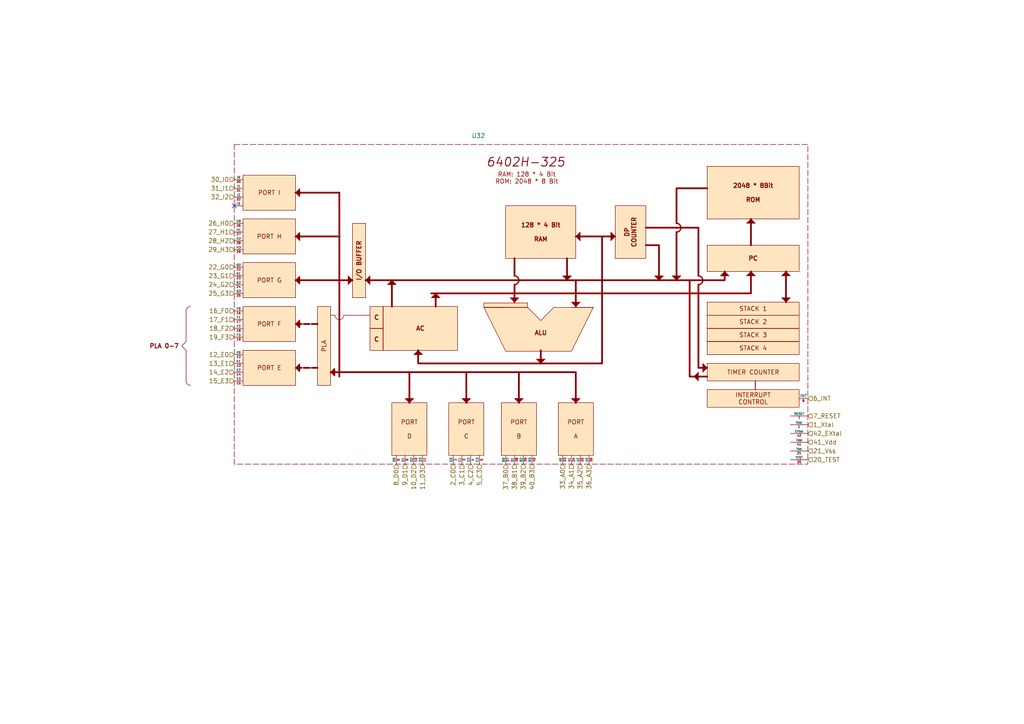
<source format=kicad_sch>
(kicad_sch (version 20250114) (generator "eeschema") (generator_version "9.0")
  (paper "A4")
  (lib_symbols
    (symbol "_TEAC_X2000R:IC_6402H-325" (pin_names (offset 0))
      (property "Reference" "U" (at 49.022 32.766 0))
      (symbol "IC_6402H-325_0_1"
        (polyline (pts (xy -44.45 -21.59) (xy -44.45 -30.48) (xy -45.72 -31.75) (xy -44.45 -33.02) (xy -44.45 -41.91)))
        (arc (start -44.45 -21.59) (mid -44.078 -20.692) (end -43.18 -20.32))
        (arc (start -43.18 -43.18) (mid -44.078 -42.808) (end -44.45 -41.91))
        (polyline (pts (xy -12.7 0) (xy -11.43 -1.27)))
      )
      (symbol "IC_6402H-325_1_1"
        (rectangle (start -30.48 26.67) (end 135.89 -66.04) (stroke (width 0) (type dash)))
        (polyline (pts (xy -12.7 12.7) (xy -11.43 13.97) (xy -11.43 11.43) (xy -12.7 12.7)) (fill (type outline)))
        (polyline (pts (xy -12.7 0) (xy -11.43 1.27) (xy -11.43 -1.27)) (fill (type outline)))
        (polyline (pts (xy -12.7 -12.7) (xy -11.43 -11.43) (xy -11.43 -13.97) (xy -12.7 -12.7)) (fill (type outline)))
        (polyline (pts (xy -12.7 -25.4) (xy -11.43 -24.13) (xy -11.43 -26.67) (xy -12.7 -25.4)) (fill (type outline)))
        (polyline (pts (xy -12.7 -38.1) (xy -11.43 -36.83) (xy -11.43 -39.37) (xy -12.7 -38.1)) (fill (type outline)))
        (polyline (pts (xy -6.35 -25.4) (xy -12.7 -25.4)) (stroke (width 0.508)))
        (polyline (pts (xy -6.35 -38.1) (xy -12.7 -38.1)) (stroke (width 0.508)))
        (polyline (pts (xy -2.54 -39.37) (xy -1.27 -38.1) (xy -1.27 -40.64) (xy -2.54 -39.37)) (fill (type outline)))
        (polyline (pts (xy -1.27 -22.86) (xy -2.54 -22.86)))
        (arc (start 1.27 -22.86) (mid 0.898 -23.758) (end 0 -24.13))
        (polyline (pts (xy 0 12.7) (xy -12.7 12.7)) (stroke (width 0.508)))
        (polyline (pts (xy 0 12.7) (xy 0 -40.64)) (stroke (width 0.508)))
        (polyline (pts (xy 0 0) (xy -12.7 0)) (stroke (width 0.508)))
        (polyline (pts (xy 0 -12.7) (xy -12.7 -12.7)) (stroke (width 0.508)))
        (polyline (pts (xy 0 -12.7) (xy 3.81 -12.7)) (stroke (width 0.508)))
        (arc (start 0 -24.13) (mid -0.898 -23.758) (end -1.27 -22.86))
        (polyline (pts (xy 0 -39.37) (xy -2.54 -39.37)) (stroke (width 0.508)))
        (polyline (pts (xy 0 -39.37) (xy 68.58 -39.37)) (stroke (width 0.508)))
        (polyline (pts (xy 2.54 -11.43) (xy 3.81 -12.7) (xy 2.54 -13.97) (xy 2.54 -11.43)) (fill (type outline)))
        (polyline (pts (xy 7.62 -12.7) (xy 8.89 -11.43) (xy 8.89 -13.97) (xy 7.62 -12.7)) (fill (type outline)))
        (polyline (pts (xy 8.89 -22.86) (xy 1.27 -22.86)))
        (polyline (pts (xy 15.24 -12.7) (xy 13.97 -13.97) (xy 16.51 -13.97) (xy 15.24 -12.7)) (fill (type outline)))
        (polyline (pts (xy 15.24 -20.32) (xy 15.24 -12.7)) (stroke (width 0.508)))
        (polyline (pts (xy 20.32 -39.37) (xy 20.32 -48.26)) (stroke (width 0.508)))
        (polyline (pts (xy 20.32 -48.26) (xy 19.05 -46.99) (xy 21.59 -46.99) (xy 20.32 -48.26)) (fill (type outline)))
        (polyline (pts (xy 22.86 -33.02) (xy 21.59 -34.29) (xy 24.13 -34.29) (xy 22.86 -33.02)) (fill (type outline)))
        (polyline (pts (xy 22.86 -33.02) (xy 22.86 -36.83) (xy 76.2 -36.83) (xy 76.2 0) (xy 68.58 0) (xy 80.01 0)) (stroke (width 0.508)))
        (polyline (pts (xy 26.67 -16.51) (xy 119.38 -16.51) (xy 119.38 -10.16)) (stroke (width 0.508)))
        (polyline (pts (xy 27.94 -16.51) (xy 27.94 -20.32)) (stroke (width 0.508)))
        (polyline (pts (xy 27.94 -16.51) (xy 26.67 -17.78) (xy 29.21 -17.78) (xy 27.94 -16.51)) (fill (type outline)))
        (polyline (pts (xy 36.83 -39.37) (xy 36.83 -48.26)) (stroke (width 0.508)))
        (polyline (pts (xy 36.83 -48.26) (xy 35.56 -46.99) (xy 38.1 -46.99) (xy 36.83 -48.26)) (fill (type outline)))
        (rectangle (start 41.91 -19.304) (end 54.61 -20.574) (fill (type color) (color 255 229 191 1)))
        (polyline (pts (xy 48.26 -20.574) (xy 41.91 -20.574)))
        (polyline (pts (xy 48.26 -33.274) (xy 67.31 -33.274) (xy 73.66 -20.574) (xy 62.23 -20.574) (xy 58.42 -24.384) (xy 54.61 -20.574) (xy 41.91 -20.574) (xy 48.26 -33.274)) (fill (type color) (color 255 229 191 1)))
        (polyline (pts (xy 50.8 -6.35) (xy 50.8 -11.43)) (stroke (width 0.508)))
        (arc (start 50.8 -11.43) (mid 51.698 -11.802) (end 52.07 -12.7) (stroke (width 0.381)))
        (arc (start 52.07 -12.7) (mid 51.698 -13.598) (end 50.8 -13.97) (stroke (width 0.381)))
        (polyline (pts (xy 50.8 -13.97) (xy 50.8 -19.05)) (stroke (width 0.508)) (fill (type outline)))
        (circle (center 50.8 -15.24) (radius 0.0001))
        (circle (center 50.8 -16.51) (radius 0.0001))
        (polyline (pts (xy 50.8 -19.05) (xy 49.53 -17.78) (xy 52.07 -17.78) (xy 50.8 -19.05)) (fill (type outline)))
        (polyline (pts (xy 52.07 -39.37) (xy 52.07 -48.26)) (stroke (width 0.508)))
        (polyline (pts (xy 52.07 -48.26) (xy 52.07 -48.26)))
        (polyline (pts (xy 52.07 -48.26) (xy 50.8 -46.99) (xy 53.34 -46.99) (xy 52.07 -48.26)) (fill (type outline)))
        (polyline (pts (xy 58.42 -33.02) (xy 58.42 -36.83)) (stroke (width 0.508)))
        (polyline (pts (xy 58.42 -36.83) (xy 57.15 -35.56) (xy 59.69 -35.56) (xy 58.42 -36.83)) (fill (type outline)))
        (polyline (pts (xy 66.04 -6.35) (xy 66.04 -12.7)) (stroke (width 0.508)))
        (polyline (pts (xy 66.04 -12.7) (xy 67.31 -11.43) (xy 64.77 -11.43) (xy 66.04 -12.7)) (fill (type outline)))
        (polyline (pts (xy 67.31 -20.574) (xy 73.66 -20.574)))
        (polyline (pts (xy 68.58 0) (xy 69.85 1.27) (xy 69.85 -1.27) (xy 68.58 0)) (fill (type outline)))
        (polyline (pts (xy 68.58 -12.7) (xy 68.58 -20.32)) (stroke (width 0.508)))
        (polyline (pts (xy 68.58 -20.32) (xy 67.31 -19.05) (xy 69.85 -19.05) (xy 68.58 -20.32)) (fill (type outline)))
        (polyline (pts (xy 68.58 -39.37) (xy 68.58 -48.26)) (stroke (width 0.508)))
        (polyline (pts (xy 68.58 -48.26) (xy 67.31 -46.99) (xy 69.85 -46.99) (xy 68.58 -48.26)) (fill (type outline)))
        (polyline (pts (xy 80.01 0) (xy 78.74 1.27) (xy 78.74 -1.27) (xy 80.01 0)) (fill (type outline)))
        (polyline (pts (xy 88.9 2.54) (xy 104.14 2.54) (xy 104.14 -11.43)) (stroke (width 0.508)))
        (polyline (pts (xy 88.9 -2.54) (xy 92.71 -2.54) (xy 92.71 -12.7)) (stroke (width 0.508)))
        (polyline (pts (xy 92.71 -12.7) (xy 91.44 -11.43) (xy 93.98 -11.43) (xy 92.71 -12.7)) (fill (type outline)))
        (arc (start 97.79 3.81) (mid 98.688 3.438) (end 99.06 2.54) (stroke (width 0.381)))
        (arc (start 99.06 2.54) (mid 98.688 1.642) (end 97.79 1.27) (stroke (width 0.381)))
        (polyline (pts (xy 97.79 1.27) (xy 97.79 -12.7)) (stroke (width 0.508)) (fill (type outline)))
        (polyline (pts (xy 97.79 -5.08) (xy 97.79 -5.08)))
        (polyline (pts (xy 97.79 -12.7) (xy 96.52 -11.43) (xy 99.06 -11.43) (xy 97.79 -12.7)) (fill (type outline)))
        (polyline (pts (xy 101.6 -12.7) (xy 101.6 -40.64) (xy 106.68 -40.64)) (stroke (width 0.508)))
        (polyline (pts (xy 102.87 -40.64) (xy 104.14 -39.37) (xy 104.14 -41.91) (xy 102.87 -40.64)) (fill (type outline)))
        (arc (start 104.14 -11.43) (mid 105.038 -11.802) (end 105.41 -12.7) (stroke (width 0.381)))
        (arc (start 105.41 -12.7) (mid 105.038 -13.598) (end 104.14 -13.97) (stroke (width 0.381)))
        (polyline (pts (xy 104.14 -13.97) (xy 104.14 -38.1) (xy 106.68 -38.1)) (stroke (width 0.508)))
        (polyline (pts (xy 105.41 -36.83) (xy 106.68 -38.1) (xy 105.41 -39.37) (xy 105.41 -36.83)) (fill (type outline)))
        (polyline (pts (xy 106.68 13.97) (xy 97.79 13.97) (xy 97.79 3.81)) (stroke (width 0.508)))
        (polyline (pts (xy 111.76 -10.16) (xy 111.76 -12.7) (xy 7.62 -12.7)) (stroke (width 0.508)))
        (polyline (pts (xy 111.76 -10.16) (xy 110.49 -11.43) (xy 113.03 -11.43) (xy 111.76 -10.16)) (fill (type outline)))
        (polyline (pts (xy 119.38 5.08) (xy 118.11 3.81) (xy 120.65 3.81) (xy 119.38 5.08)) (fill (type outline)))
        (polyline (pts (xy 119.38 -2.54) (xy 119.38 5.08)) (stroke (width 0.508)))
        (polyline (pts (xy 119.38 -10.16) (xy 118.11 -11.43) (xy 120.65 -11.43) (xy 119.38 -10.16)) (fill (type outline)))
        (polyline (pts (xy 120.65 -41.91) (xy 120.65 -44.45)) (stroke (width 0.254)))
        (polyline (pts (xy 129.54 -10.16) (xy 128.27 -11.43) (xy 130.81 -11.43) (xy 129.54 -10.16)) (fill (type outline)))
        (polyline (pts (xy 129.54 -19.05) (xy 129.54 -10.16)) (stroke (width 0.508)))
        (polyline (pts (xy 129.54 -19.05) (xy 130.81 -17.78) (xy 128.27 -17.78) (xy 129.54 -19.05)) (fill (type outline)))
        (text "PLA 0-7" (at -50.8 -31.75 0) (effects (font (size 1.27 1.27) (thickness 0.254) (bold yes))))
        (text "6402H-325" (at 54.102 21.59 0) (effects (font (size 2.54 2.54) (thickness 0.254) (bold yes) (italic yes))))
        (text "RAM: 128 * 4 Bit\nROM: 2048 * 8 Bit" (at 54.356 17.018 0) (effects (font (size 1.27 1.27))))
        (text "ALU" (at 58.42 -27.94 0) (effects (font (size 1.27 1.27) (thickness 0.254) (bold yes))))
        (text_box "PORT I" (at -27.94 17.78 0) (size 15.24 -10.16) (margins 1.016 1.016 1.016 1.016) (fill (type color) (color 255 229 191 1)) (effects (font (size 1.27 1.27))))
        (text_box "PORT H\n" (at -27.94 5.08 0) (size 15.24 -10.16) (margins 1.016 1.016 1.016 1.016) (fill (type color) (color 255 229 191 1)) (effects (font (size 1.27 1.27))))
        (text_box "PORT G" (at -27.94 -7.62 0) (size 15.24 -10.16) (margins 1.016 1.016 1.016 1.016) (fill (type color) (color 255 229 191 1)) (effects (font (size 1.27 1.27))))
        (text_box "PORT F" (at -27.94 -20.32 0) (size 15.24 -10.16) (margins 1.016 1.016 1.016 1.016) (fill (type color) (color 255 229 191 1)) (effects (font (size 1.27 1.27))))
        (text_box "PORT E" (at -27.94 -33.02 0) (size 15.24 -10.16) (margins 1.016 1.016 1.016 1.016) (fill (type color) (color 255 229 191 1)) (effects (font (size 1.27 1.27))))
        (text_box "PLA" (at -6.35 -20.32 90) (size 3.81 -22.86) (margins 1.016 1.016 1.016 1.016) (fill (type color) (color 255 229 191 1)) (effects (font (size 1.27 1.27))))
        (text_box "I/O BUFFER" (at 3.81 3.81 90) (size 3.81 -21.59) (margins 1.016 1.016 1.016 1.016) (fill (type color) (color 255 229 191 1)) (effects (font (size 1.27 1.27) (thickness 0.254) (bold yes))))
        (text_box "C" (at 8.89 -20.32 0) (size 3.81 -6.35) (margins 1.016 1.016 1.016 1.016) (fill (type color) (color 255 229 191 1)) (effects (font (size 1.27 1.27) (thickness 0.254) (bold yes))))
        (text_box "C" (at 8.89 -26.67 0) (size 3.81 -6.35) (margins 1.016 1.016 1.016 1.016) (fill (type color) (color 255 229 191 1)) (effects (font (size 1.27 1.27) (thickness 0.254) (bold yes))))
        (text_box "AC" (at 12.7 -20.32 0) (size 21.59 -12.7) (margins 1.016 1.016 1.016 1.016) (fill (type color) (color 255 229 191 1)) (effects (font (size 1.27 1.27) (thickness 0.254) (bold yes))))
        (text_box "PORT \n\nD\n" (at 15.24 -48.26 0) (size 10.16 -15.24) (margins 1.016 1.016 1.016 1.016) (fill (type color) (color 255 229 191 1)) (effects (font (size 1.27 1.27))))
        (text_box "PORT\n\nC" (at 31.75 -48.26 0) (size 10.16 -15.24) (margins 1.016 1.016 1.016 1.016) (fill (type color) (color 255 229 191 1)) (effects (font (size 1.27 1.27))))
        (text_box "PORT\n\nB" (at 46.99 -48.26 0) (size 10.16 -15.24) (margins 1.016 1.016 1.016 1.016) (fill (type color) (color 255 229 191 1)) (effects (font (size 1.27 1.27))))
        (text_box "128 * 4 Bit\n\nRAM" (at 48.26 8.89 0) (size 20.32 -15.24) (margins 1.016 1.016 1.016 1.016) (fill (type color) (color 255 229 191 1)) (effects (font (size 1.27 1.27) (thickness 0.254) (bold yes))))
        (text_box "PORT\n\nA" (at 63.5 -48.26 0) (size 10.16 -15.24) (margins 1.016 1.016 1.016 1.016) (fill (type color) (color 255 229 191 1)) (effects (font (size 1.27 1.27))))
        (text_box "DP\nCOUNTER" (at 80.01 8.89 90) (size 8.89 -15.24) (margins 1.016 1.016 1.016 1.016) (fill (type color) (color 255 229 191 1)) (effects (font (size 1.27 1.27) (thickness 0.254) (bold yes))))
        (text_box "2048 * 8Bit\n\nROM" (at 106.68 20.32 0) (size 26.67 -15.24) (margins 1.016 1.016 1.016 1.016) (fill (type color) (color 255 229 191 1)) (effects (font (size 1.27 1.27) (thickness 0.254) (bold yes))))
        (text_box "PC" (at 106.68 -2.54 0) (size 26.67 -7.62) (margins 1.016 1.016 1.016 1.016) (fill (type color) (color 255 229 191 1)) (effects (font (size 1.27 1.27) (thickness 0.254) (bold yes))))
        (text_box "STACK 1" (at 106.68 -19.05 0) (size 26.67 -3.81) (margins 1.016 1.016 1.016 1.016) (fill (type color) (color 255 229 191 1)) (effects (font (size 1.27 1.27))))
        (text_box "STACK 2" (at 106.68 -22.86 0) (size 26.67 -3.81) (margins 1.016 1.016 1.016 1.016) (fill (type color) (color 255 229 191 1)) (effects (font (size 1.27 1.27))))
        (text_box "STACK 3\n" (at 106.68 -26.67 0) (size 26.67 -3.81) (margins 1.016 1.016 1.016 1.016) (fill (type color) (color 255 229 191 1)) (effects (font (size 1.27 1.27))))
        (text_box "STACK 4\n" (at 106.68 -30.48 0) (size 26.67 -3.81) (margins 1.016 1.016 1.016 1.016) (fill (type color) (color 255 229 191 1)) (effects (font (size 1.27 1.27))))
        (text_box "TIMER COUNTER" (at 106.68 -36.83 0) (size 26.67 -5.08) (margins 1.016 1.016 1.016 1.016) (fill (type color) (color 255 229 191 1)) (effects (font (size 1.27 1.27))))
        (text_box "INTERRUPT\nCONTROL" (at 106.68 -44.45 0) (size 26.67 -5.08) (margins 1.016 1.016 1.016 1.016) (fill (type color) (color 255 229 191 1)) (effects (font (size 1.27 1.27))))
        (pin bidirectional line (at -30.48 16.51 0) (length 2.54) (name "I0") (number "30"))
        (pin bidirectional line (at -30.48 13.97 0) (length 2.54) (name "I1") (number "31"))
        (pin bidirectional line (at -30.48 11.43 0) (length 2.54) (name "I2") (number "32"))
        (pin bidirectional line (at -30.48 8.89 0) (length 2.54) (name "I3") (number ""))
        (pin bidirectional line (at -30.48 3.81 0) (length 2.54) (name "H0") (number "26"))
        (pin bidirectional line (at -30.48 1.27 0) (length 2.54) (name "H1") (number "27"))
        (pin bidirectional line (at -30.48 -1.27 0) (length 2.54) (name "H2") (number "28"))
        (pin bidirectional line (at -30.48 -3.81 0) (length 2.54) (name "H3") (number "29"))
        (pin bidirectional line (at -30.48 -8.89 0) (length 2.54) (name "G0") (number "22"))
        (pin bidirectional line (at -30.48 -11.43 0) (length 2.54) (name "G1") (number "23"))
        (pin bidirectional line (at -30.48 -13.97 0) (length 2.54) (name "G2") (number "24"))
        (pin bidirectional line (at -30.48 -16.51 0) (length 2.54) (name "G3") (number "25"))
        (pin bidirectional line (at -30.48 -21.59 0) (length 2.54) (name "F0") (number "16"))
        (pin bidirectional line (at -30.48 -24.13 0) (length 2.54) (name "F1") (number "17"))
        (pin bidirectional line (at -30.48 -26.67 0) (length 2.54) (name "F2") (number "18"))
        (pin bidirectional line (at -30.48 -29.21 0) (length 2.54) (name "F3") (number "19"))
        (pin bidirectional line (at -30.48 -34.29 0) (length 2.54) (name "E0") (number "12"))
        (pin bidirectional line (at -30.48 -36.83 0) (length 2.54) (name "E1") (number "13"))
        (pin bidirectional line (at -30.48 -39.37 0) (length 2.54) (name "E2") (number "14"))
        (pin bidirectional line (at -30.48 -41.91 0) (length 2.54) (name "E3") (number "15"))
        (pin bidirectional line (at 16.51 -66.04 90) (length 2.54) (name "D0") (number "8"))
        (pin bidirectional line (at 19.05 -66.04 90) (length 2.54) (name "D1") (number "9"))
        (pin bidirectional line (at 21.59 -66.04 90) (length 2.54) (name "D2") (number "10"))
        (pin bidirectional line (at 24.13 -66.04 90) (length 2.54) (name "D3") (number "11"))
        (pin bidirectional line (at 33.02 -66.04 90) (length 2.54) (name "C0") (number "2"))
        (pin bidirectional line (at 35.56 -66.04 90) (length 2.54) (name "C1") (number "3"))
        (pin bidirectional line (at 38.1 -66.04 90) (length 2.54) (name "C2") (number "4"))
        (pin bidirectional line (at 40.64 -66.04 90) (length 2.54) (name "C3") (number "5"))
        (pin input line (at 48.26 -66.04 90) (length 2.54) (name "B0") (number "37"))
        (pin bidirectional line (at 50.8 -66.04 90) (length 2.54) (name "B1") (number "38"))
        (pin bidirectional line (at 53.34 -66.04 90) (length 2.54) (name "B2") (number "39"))
        (pin bidirectional line (at 55.88 -66.04 90) (length 2.54) (name "B3") (number "40"))
        (pin bidirectional line (at 64.77 -66.04 90) (length 2.54) (name "A0") (number "33"))
        (pin bidirectional line (at 67.31 -66.04 90) (length 2.54) (name "A1") (number "34"))
        (pin bidirectional line (at 69.85 -66.04 90) (length 2.54) (name "A2") (number "35"))
        (pin bidirectional line (at 72.39 -66.04 90) (length 2.54) (name "A3") (number "36"))
        (pin input line (at 135.89 -46.99 180) (length 2.54) (name "INT") (number "6"))
        (pin input line (at 135.89 -52.07 180) (length 5.08) (name "RESET") (number "7"))
        (pin input line (at 135.89 -54.61 180) (length 5.08) (name "Xtal") (number "1"))
        (pin input line (at 135.89 -57.15 180) (length 5.08) (name "EXtal") (number "42"))
        (pin input line (at 135.89 -59.69 180) (length 5.08) (name "Vdd") (number "41"))
        (pin input line (at 135.89 -62.23 180) (length 5.08) (name "Vss") (number "21"))
        (pin input line (at 135.89 -64.77 180) (length 5.08) (name "TEST") (number "20"))
      )
      (symbol "IC_6402H-325_1_2"
        (pin input line (at -30.48 16.51 0) (length 2.54) (name "") (number ""))
        (pin input line (at -30.48 13.97 0) (length 2.54) (name "") (number ""))
        (pin input line (at -30.48 11.43 0) (length 2.54) (name "") (number ""))
        (pin input line (at -30.48 8.89 0) (length 2.54) (name "") (number ""))
        (pin input line (at -30.48 6.35 0) (length 2.54) (name "") (number ""))
        (pin input line (at -30.48 3.81 0) (length 2.54) (name "") (number ""))
        (pin input line (at -30.48 1.27 0) (length 2.54) (name "") (number ""))
        (pin input line (at -30.48 -1.27 0) (length 2.54) (name "") (number ""))
        (pin input line (at -30.48 -3.81 0) (length 2.54) (name "") (number ""))
        (pin input line (at -30.48 -8.89 0) (length 2.54) (name "") (number ""))
        (pin input line (at -30.48 -11.43 0) (length 2.54) (name "") (number ""))
        (pin input line (at -30.48 -13.97 0) (length 2.54) (name "") (number ""))
        (pin input line (at -30.48 -16.51 0) (length 2.54) (name "") (number ""))
        (pin input line (at -30.48 -21.59 0) (length 2.54) (name "") (number ""))
        (pin input line (at -30.48 -24.13 0) (length 2.54) (name "") (number ""))
        (pin input line (at -30.48 -26.67 0) (length 2.54) (name "") (number ""))
        (pin input line (at -30.48 -29.21 0) (length 2.54) (name "") (number ""))
        (pin input line (at -30.48 -34.29 0) (length 2.54) (name "") (number ""))
        (pin input line (at -30.48 -36.83 0) (length 2.54) (name "") (number ""))
        (pin input line (at -30.48 -39.37 0) (length 2.54) (name "") (number ""))
        (pin input line (at -30.48 -41.91 0) (length 2.54) (name "") (number ""))
        (pin input line (at 21.59 -63.5 90) (length 2.54) (name "") (number ""))
        (pin input line (at 24.13 -63.5 90) (length 2.54) (name "") (number ""))
        (pin input line (at 26.67 -63.5 90) (length 2.54) (name "") (number ""))
        (pin input line (at 29.21 -63.5 90) (length 2.54) (name "") (number ""))
        (pin input line (at 38.1 -63.5 90) (length 2.54) (name "") (number ""))
        (pin input line (at 40.64 -63.5 90) (length 2.54) (name "") (number ""))
        (pin input line (at 43.18 -63.5 90) (length 2.54) (name "") (number ""))
        (pin input line (at 45.72 -63.5 90) (length 2.54) (name "") (number ""))
        (pin input line (at 53.34 -63.5 90) (length 2.54) (name "") (number ""))
        (pin input line (at 55.88 -63.5 90) (length 2.54) (name "") (number ""))
        (pin input line (at 58.42 -63.5 90) (length 2.54) (name "") (number ""))
        (pin input line (at 60.96 -63.5 90) (length 2.54) (name "") (number ""))
        (pin input line (at 69.85 -63.5 90) (length 2.54) (name "") (number ""))
        (pin input line (at 72.39 -63.5 90) (length 2.54) (name "") (number ""))
        (pin input line (at 74.93 -63.5 90) (length 2.54) (name "") (number ""))
        (pin input line (at 77.47 -63.5 90) (length 2.54) (name "") (number ""))
      )
    )
  )
  (no_connect (at 67.945 59.69))
  (hierarchical_label "2_C0" (shape input) (at 131.445 134.62 270))
  (hierarchical_label "8_D0" (shape input) (at 114.935 134.62 270))
  (hierarchical_label "9_D1" (shape input) (at 117.475 134.62 270))
  (hierarchical_label "10_D2" (shape input) (at 120.015 134.62 270))
  (hierarchical_label "11_D3" (shape input) (at 122.555 134.62 270))
  (hierarchical_label "1_Xtal" (shape input) (at 234.315 123.19 0))
  (hierarchical_label "6_INT" (shape input) (at 234.315 115.57 0))
  (hierarchical_label "7_RESET" (shape input) (at 234.315 120.65 0))
  (hierarchical_label "20_TEST" (shape input) (at 234.315 133.35 0))
  (hierarchical_label "21_Vss" (shape input) (at 234.315 130.81 0))
  (hierarchical_label "41_Vdd" (shape input) (at 234.315 128.27 0))
  (hierarchical_label "42_EXtal" (shape input) (at 234.315 125.73 0))
  (hierarchical_label "29_H3" (shape input) (at 67.945 72.39 180))
  (hierarchical_label "26_H0" (shape input) (at 67.945 64.77 180))
  (hierarchical_label "27_H1" (shape input) (at 67.945 67.31 180))
  (hierarchical_label "28_H2" (shape input) (at 67.945 69.85 180))
  (hierarchical_label "3_C1" (shape input) (at 133.985 134.62 270))
  (hierarchical_label "4_C2" (shape input) (at 136.525 134.62 270))
  (hierarchical_label "5_C3" (shape input) (at 139.065 134.62 270))
  (hierarchical_label "37_B0" (shape input) (at 146.685 134.62 270))
  (hierarchical_label "38_B1" (shape input) (at 149.225 134.62 270))
  (hierarchical_label "34_A1" (shape input) (at 165.735 134.62 270))
  (hierarchical_label "35_A2" (shape input) (at 168.275 134.62 270))
  (hierarchical_label "36_A3" (shape input) (at 170.815 134.62 270))
  (hierarchical_label "39_B2" (shape input) (at 151.765 134.62 270))
  (hierarchical_label "40_B3" (shape input) (at 154.305 134.62 270))
  (hierarchical_label "33_A0" (shape input) (at 163.195 134.62 270))
  (hierarchical_label "16_F0" (shape input) (at 67.945 90.17 180))
  (hierarchical_label "17_F1" (shape input) (at 67.945 92.71 180))
  (hierarchical_label "18_F2" (shape input) (at 67.945 95.25 180))
  (hierarchical_label "19_F3" (shape input) (at 67.945 97.79 180))
  (hierarchical_label "12_E0" (shape input) (at 67.945 102.87 180))
  (hierarchical_label "13_E1" (shape input) (at 67.945 105.41 180))
  (hierarchical_label "14_E2" (shape input) (at 67.945 107.95 180))
  (hierarchical_label "15_E3" (shape input) (at 67.945 110.49 180))
  (hierarchical_label "22_G0" (shape input) (at 67.945 77.47 180))
  (hierarchical_label "23_G1" (shape input) (at 67.945 80.01 180))
  (hierarchical_label "24_G2" (shape input) (at 67.945 82.55 180))
  (hierarchical_label "25_G3" (shape input) (at 67.945 85.09 180))
  (hierarchical_label "30_I0" (shape input) (at 67.945 52.07 180))
  (hierarchical_label "31_I1" (shape input) (at 67.945 54.61 180))
  (hierarchical_label "32_I2" (shape input) (at 67.945 57.15 180))
  (symbol (lib_id "_TEAC_X2000R:IC_6402H-325") (at 98.425 68.58 0) (unit 1)
    (property "Reference" "U32" (at 138.7566 39.37 0))
    (property "Value" "~" (at 98.425 68.58 0))
  )
)
</source>
